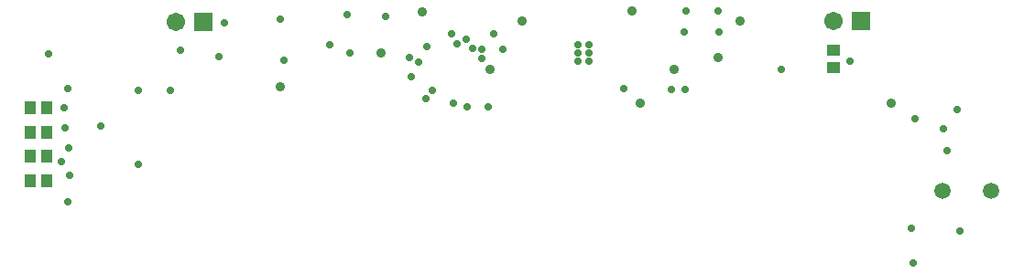
<source format=gbs>
%FSLAX25Y25*%
%MOIN*%
G70*
G01*
G75*
G04 Layer_Color=16711935*
%ADD10R,0.07874X0.07874*%
%ADD11R,0.07087X0.07087*%
%ADD12R,0.03937X0.01575*%
%ADD13R,0.03937X0.03150*%
%ADD14R,0.03150X0.03937*%
%ADD15R,0.03937X0.04724*%
%ADD16R,0.04724X0.03937*%
%ADD17R,0.05118X0.05118*%
%ADD18R,0.02362X0.00787*%
%ADD19R,0.03150X0.00787*%
%ADD20R,0.00787X0.02362*%
%ADD21R,0.00787X0.03150*%
%ADD22C,0.04724*%
%ADD23R,0.11811X0.08268*%
%ADD24R,0.05118X0.03150*%
%ADD25R,0.05118X0.03150*%
%ADD26R,0.05000X0.03600*%
%ADD27R,0.03600X0.03600*%
%ADD28R,0.03600X0.05000*%
%ADD29R,0.03600X0.03600*%
%ADD30R,0.08898X0.12402*%
%ADD31R,0.05906X0.02400*%
%ADD32R,0.05118X0.01260*%
%ADD33C,0.02756*%
%ADD34C,0.00787*%
%ADD35C,0.02362*%
%ADD36C,0.01969*%
%ADD37R,0.09252X0.06142*%
%ADD38C,0.05118*%
%ADD39R,0.05906X0.05906*%
%ADD40C,0.05906*%
%ADD41C,0.01969*%
%ADD42C,0.02756*%
%ADD43C,0.01000*%
%ADD44C,0.00600*%
%ADD45C,0.00984*%
%ADD46C,0.00500*%
%ADD47C,0.00709*%
%ADD48C,0.00591*%
%ADD49C,0.01200*%
%ADD50C,0.00492*%
%ADD51R,0.08674X0.08674*%
%ADD52R,0.07887X0.07887*%
%ADD53R,0.04737X0.02375*%
%ADD54R,0.04737X0.03950*%
%ADD55R,0.03950X0.04737*%
%ADD56R,0.04737X0.05524*%
%ADD57R,0.05524X0.04737*%
%ADD58R,0.05918X0.05918*%
%ADD59R,0.03162X0.01587*%
%ADD60R,0.03950X0.01587*%
%ADD61R,0.01587X0.03162*%
%ADD62R,0.01587X0.03950*%
%ADD63C,0.05524*%
%ADD64R,0.12611X0.09068*%
%ADD65R,0.05918X0.03950*%
%ADD66R,0.05918X0.03950*%
%ADD67R,0.05800X0.04400*%
%ADD68R,0.04400X0.04400*%
%ADD69R,0.04400X0.05800*%
%ADD70R,0.04400X0.04400*%
%ADD71R,0.09698X0.13202*%
%ADD72R,0.06706X0.03200*%
%ADD73R,0.05918X0.02060*%
%ADD74C,0.05918*%
%ADD75R,0.06706X0.06706*%
%ADD76C,0.06706*%
%ADD77C,0.02769*%
%ADD78C,0.03556*%
D54*
X309890Y-17420D02*
D03*
Y-23720D02*
D03*
D55*
X17477Y-56142D02*
D03*
X23776D02*
D03*
X17477Y-38429D02*
D03*
X23776D02*
D03*
X17477Y-47285D02*
D03*
X23776D02*
D03*
X17477Y-64999D02*
D03*
X23776D02*
D03*
D74*
X367403Y-68744D02*
D03*
X349687D02*
D03*
D75*
X319950Y-6610D02*
D03*
X80510Y-7230D02*
D03*
D76*
X309950Y-6610D02*
D03*
X70510Y-7230D02*
D03*
D77*
X31636Y-53167D02*
D03*
X29077Y-58089D02*
D03*
X31833Y-63010D02*
D03*
X30022Y-38404D02*
D03*
X178661Y-16732D02*
D03*
X181811Y-17087D02*
D03*
X176674Y-38010D02*
D03*
X184370Y-38228D02*
D03*
X163819Y-32208D02*
D03*
X173071Y-15079D02*
D03*
X171696Y-36811D02*
D03*
X159006Y-21614D02*
D03*
X161493Y-35007D02*
D03*
X315838Y-21586D02*
D03*
X176299Y-13465D02*
D03*
X189562Y-17126D02*
D03*
X355866Y-83465D02*
D03*
X339528Y-42480D02*
D03*
X349968Y-46110D02*
D03*
X216850Y-15512D02*
D03*
Y-18543D02*
D03*
X220945Y-15512D02*
D03*
X216850Y-21575D02*
D03*
X146811Y-4961D02*
D03*
X134077Y-18290D02*
D03*
X30197Y-45748D02*
D03*
X43425Y-45197D02*
D03*
X220945Y-18543D02*
D03*
Y-21575D02*
D03*
X155669Y-19961D02*
D03*
X156296Y-27133D02*
D03*
X161965Y-15951D02*
D03*
X256378Y-3032D02*
D03*
X351181Y-54213D02*
D03*
X255906Y-31772D02*
D03*
X250827Y-31653D02*
D03*
X233583Y-31378D02*
D03*
X181968Y-20551D02*
D03*
X170984Y-11417D02*
D03*
X186378D02*
D03*
X267835Y-3110D02*
D03*
X268307Y-10630D02*
D03*
X255591Y-10905D02*
D03*
X290945Y-24370D02*
D03*
X354921Y-39173D02*
D03*
X338150Y-82402D02*
D03*
X31417Y-31339D02*
D03*
X339016Y-95000D02*
D03*
X24449Y-18898D02*
D03*
X110000Y-20945D02*
D03*
X31417Y-72913D02*
D03*
X68583Y-32205D02*
D03*
X86457Y-19764D02*
D03*
X72165Y-17362D02*
D03*
X56811Y-32008D02*
D03*
X57047Y-59252D02*
D03*
X126772Y-15551D02*
D03*
X132992Y-4567D02*
D03*
X88150Y-7520D02*
D03*
X108583Y-6260D02*
D03*
D78*
X267992Y-19961D02*
D03*
X239469Y-36830D02*
D03*
X331044D02*
D03*
X108741Y-30710D02*
D03*
X236575Y-3071D02*
D03*
X276024Y-6890D02*
D03*
X251850Y-24528D02*
D03*
X185000D02*
D03*
X145416Y-18290D02*
D03*
X160143Y-3558D02*
D03*
X196653Y-6890D02*
D03*
M02*

</source>
